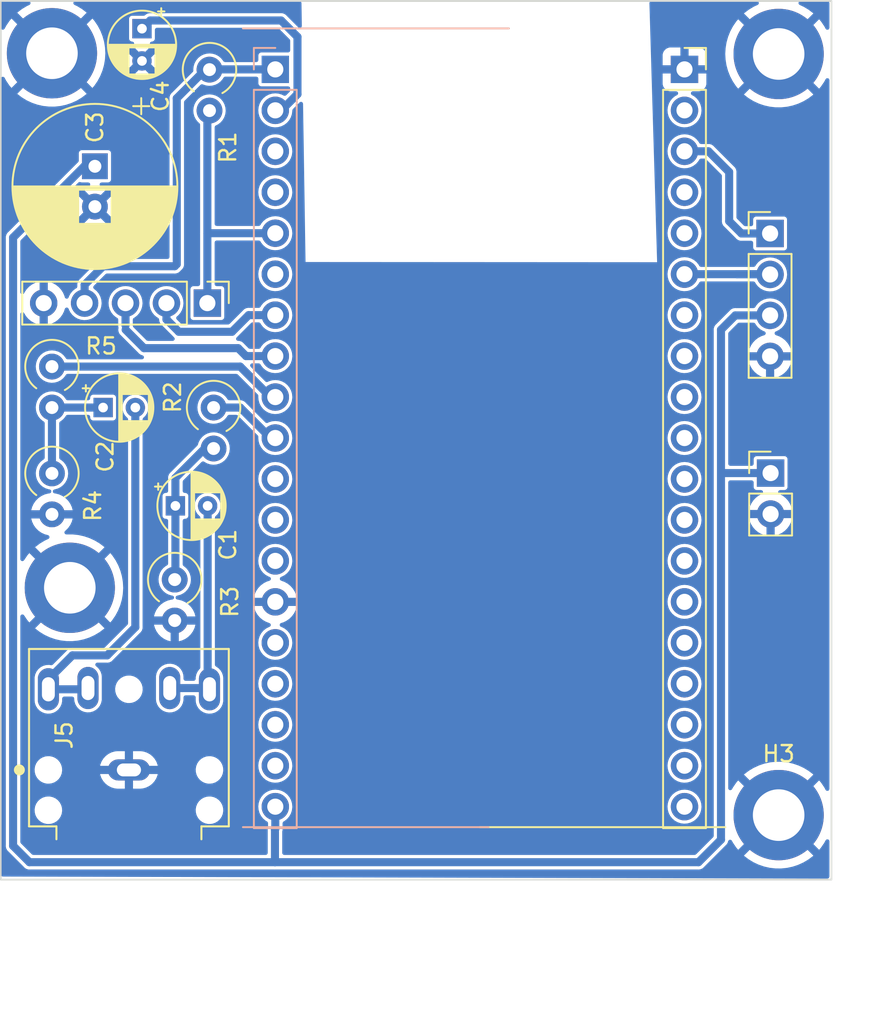
<source format=kicad_pcb>
(kicad_pcb (version 20211014) (generator pcbnew)
  (layers (0 "F.Cu" signal) (31 "B.Cu" signal) (34 "B.Paste" user) (35 "F.Paste" user) (36 "B.SilkS" user "B.Silkscreen") (37 "F.SilkS" user "F.Silkscreen") (38 "B.Mask" user) (39 "F.Mask" user) (44 "Edge.Cuts" user))
  (net 0 "")
  (net 1 "Net-(C1-Pad1)")
  (net 2 "/S")
  (net 3 "Net-(C2-Pad1)")
  (net 4 "/R")
  (net 5 "+5V")
  (net 6 "GND")
  (net 7 "/G34")
  (net 8 "/G32")
  (net 9 "/G33")
  (net 10 "+3V3")
  (net 11 "/G22")
  (net 12 "/G21")
  (net 13 "Net-(R2-Pad1)")
  (net 14 "Net-(R5-Pad1)")
  (net 15 "Net-(C4-Pad1)")
  (footprint "MountingHole:MountingHole_3.2mm_M3_DIN965_Pad" (layer "F.Cu") (at 133.5 114.935)
    (fp_text reference "H3" (at 0 -3.8) (layer "F.SilkS"))
    (fp_text value "MountingHole_Pad")
    (pad "1" thru_hole circle (at 0 0) (size 5.6 5.6) (drill 3.2) (layers *.Cu *.Mask) (net 6 "GND"))
  )
  (footprint "MountingHole:MountingHole_3.2mm_M3_DIN965_Pad" (layer "F.Cu") (at 133.5 67.691)
    (fp_text reference "H4" hide)
    (fp_text value "MountingHole_Pad" hide)
    (pad "1" thru_hole circle (at 0 0.045) (size 5.6 5.6) (drill 3.2) (layers *.Cu *.Mask) (net 6 "GND"))
  )
  (footprint "Capacitor_THT:CP_Radial_D4.0mm_P2.00mm" (layer "F.Cu") (at 93.98 66.167 -90)
    (fp_text reference "C4" (at 4.191 -1.143 -270) (layer "F.SilkS"))
    (fp_text value "10yF" hide)
    (pad "1" thru_hole rect (at 0 0 270) (size 1.2 1.2) (drill 0.6) (layers *.Cu *.Mask) (net 15 "Net-(C4-Pad1)"))
    (pad "2" thru_hole circle (at 2 0 270) (size 1.2 1.2) (drill 0.6) (layers *.Cu *.Mask) (net 6 "GND"))
  )
  (footprint "Connector_PinHeader_2.54mm:PinHeader_1x02_P2.54mm_Vertical" (layer "F.Cu") (at 132.999988 93.726)
    (fp_text reference "J1" hide)
    (fp_text value "5V")
    (pad "1" thru_hole rect (at 0 0) (size 1.7 1.7) (drill 1) (layers *.Cu *.Mask) (net 5 "+5V"))
    (pad "2" thru_hole oval (at 0 2.54) (size 1.7 1.7) (drill 1) (layers *.Cu *.Mask) (net 6 "GND"))
  )
  (footprint "Resistor_THT:R_Axial_DIN0309_L9.0mm_D3.2mm_P2.54mm_Vertical" (layer "F.Cu") (at 88.392 87.122 -90)
    (fp_text reference "R5" (at -1.27 -3.048) (layer "F.SilkS"))
    (fp_text value "47k" hide)
    (pad "1" thru_hole circle (at 0 0 270) (size 1.6 1.6) (drill 0.8) (layers *.Cu *.Mask) (net 14 "Net-(R5-Pad1)"))
    (pad "2" thru_hole oval (at 2.54 0 270) (size 1.6 1.6) (drill 0.8) (layers *.Cu *.Mask) (net 3 "Net-(C2-Pad1)"))
  )
  (footprint "Resistor_THT:R_Axial_DIN0309_L9.0mm_D3.2mm_P2.54mm_Vertical" (layer "F.Cu") (at 98.425 89.662 -90)
    (fp_text reference "R2" (at -0.635 2.54 90) (layer "F.SilkS"))
    (fp_text value "47k" hide)
    (pad "1" thru_hole circle (at 0 0 270) (size 1.6 1.6) (drill 0.8) (layers *.Cu *.Mask) (net 13 "Net-(R2-Pad1)"))
    (pad "2" thru_hole oval (at 2.54 0 270) (size 1.6 1.6) (drill 0.8) (layers *.Cu *.Mask) (net 1 "Net-(C1-Pad1)"))
  )
  (footprint "imported:esp32_dev4_all" (layer "F.Cu") (at 130.196006 66.151506)
    (fp_text reference "U1" hide)
    (fp_text value "esp32_38_pins-custom_library" hide)
    (pad "1" thru_hole rect (at -27.94 2.54) (size 1.7 1.7) (drill 1) (layers *.Cu *.Mask) (net 10 "+3V3"))
    (pad "2" thru_hole oval (at -27.94 5.08) (size 1.7 1.7) (drill 1) (layers *.Cu *.Mask) (net 15 "Net-(C4-Pad1)"))
    (pad "3" thru_hole oval (at -27.94 7.62) (size 1.7 1.7) (drill 1) (layers *.Cu *.Mask))
    (pad "4" thru_hole oval (at -27.94 10.16) (size 1.7 1.7) (drill 1) (layers *.Cu *.Mask))
    (pad "5" thru_hole oval (at -27.94 12.7) (size 1.7 1.7) (drill 1) (layers *.Cu *.Mask) (net 7 "/G34"))
    (pad "6" thru_hole oval (at -27.94 15.24) (size 1.7 1.7) (drill 1) (layers *.Cu *.Mask))
    (pad "7" thru_hole oval (at -27.94 17.78) (size 1.7 1.7) (drill 1) (layers *.Cu *.Mask) (net 8 "/G32"))
    (pad "8" thru_hole oval (at -27.94 20.32) (size 1.7 1.7) (drill 1) (layers *.Cu *.Mask) (net 9 "/G33"))
    (pad "9" thru_hole oval (at -27.94 22.86) (size 1.7 1.7) (drill 1) (layers *.Cu *.Mask) (net 14 "Net-(R5-Pad1)"))
    (pad "10" thru_hole oval (at -27.94 25.4) (size 1.7 1.7) (drill 1) (layers *.Cu *.Mask) (net 13 "Net-(R2-Pad1)"))
    (pad "11" thru_hole oval (at -27.94 27.94) (size 1.7 1.7) (drill 1) (layers *.Cu *.Mask))
    (pad "12" thru_hole oval (at -27.94 30.48) (size 1.7 1.7) (drill 1) (layers *.Cu *.Mask))
    (pad "13" thru_hole oval (at -27.94 33.02) (size 1.7 1.7) (drill 1) (layers *.Cu *.Mask))
    (pad "14" thru_hole oval (at -27.94 35.56) (size 1.7 1.7) (drill 1) (layers *.Cu *.Mask) (net 6 "GND"))
    (pad "15" thru_hole oval (at -27.94 38.1) (size 1.7 1.7) (drill 1) (layers *.Cu *.Mask))
    (pad "16" thru_hole oval (at -27.94 40.64) (size 1.7 1.7) (drill 1) (layers *.Cu *.Mask))
    (pad "17" thru_hole oval (at -27.94 43.18) (size 1.7 1.7) (drill 1) (layers *.Cu *.Mask))
    (pad "18" thru_hole oval (at -27.94 45.72) (size 1.7 1.7) (drill 1) (layers *.Cu *.Mask))
    (pad "19" thru_hole oval (at -27.94 48.26) (size 1.7 1.7) (drill 1) (layers *.Cu *.Mask) (net 5 "+5V"))
    (pad "20" thru_hole oval (at -2.54 48.26) (size 1.7 1.7) (drill 1) (layers *.Cu *.Mask))
    (pad "21" thru_hole oval (at -2.54 45.72) (size 1.7 1.7) (drill 1) (layers *.Cu *.Mask))
    (pad "22" thru_hole oval (at -2.54 43.18) (size 1.7 1.7) (drill 1) (layers *.Cu *.Mask))
    (pad "23" thru_hole oval (at -2.54 40.64) (size 1.7 1.7) (drill 1) (layers *.Cu *.Mask))
    (pad "24" thru_hole oval (at -2.54 38.1) (size 1.7 1.7) (drill 1) (layers *.Cu *.Mask))
    (pad "25" thru_hole oval (at -2.54 35.56) (size 1.7 1.7) (drill 1) (layers *.Cu *.Mask))
    (pad "26" thru_hole oval (at -2.54 33.02) (size 1.7 1.7) (drill 1) (layers *.Cu *.Mask))
    (pad "27" thru_hole oval (at -2.54 30.48) (size 1.7 1.7) (drill 1) (layers *.Cu *.Mask))
    (pad "28" thru_hole oval (at -2.54 27.94) (size 1.7 1.7) (drill 1) (layers *.Cu *.Mask))
    (pad "29" thru_hole oval (at -2.54 25.4) (size 1.7 1.7) (drill 1) (layers *.Cu *.Mask))
    (pad "30" thru_hole oval (at -2.54 22.86) (size 1.7 1.7) (drill 1) (layers *.Cu *.Mask))
    (pad "31" thru_hole oval (at -2.54 20.32) (size 1.7 1.7) (drill 1) (layers *.Cu *.Mask))
    (pad "32" thru_hole oval (at -2.54 17.78) (size 1.7 1.7) (drill 1) (layers *.Cu *.Mask))
    (pad "33" thru_hole oval (at -2.54 15.24) (size 1.7 1.7) (drill 1) (layers *.Cu *.Mask) (net 12 "/G21"))
    (pad "34" thru_hole oval (at -2.54 12.7) (size 1.7 1.7) (drill 1) (layers *.Cu *.Mask))
    (pad "35" thru_hole oval (at -2.54 10.16) (size 1.7 1.7) (drill 1) (layers *.Cu *.Mask))
    (pad "36" thru_hole oval (at -2.54 7.62) (size 1.7 1.7) (drill 1) (layers *.Cu *.Mask) (net 11 "/G22"))
    (pad "37" thru_hole oval (at -2.54 5.08) (size 1.7 1.7) (drill 1) (layers *.Cu *.Mask))
    (pad "38" thru_hole rect (at -2.54 2.54) (size 1.7 1.7) (drill 1) (layers *.Cu *.Mask) (net 6 "GND"))
  )
  (footprint "Resistor_THT:R_Axial_DIN0309_L9.0mm_D3.2mm_P2.54mm_Vertical" (layer "F.Cu") (at 96.012 100.33 -90)
    (fp_text reference "R3" (at 1.378 -3.429 90) (layer "F.SilkS"))
    (fp_text value "2.2k" hide)
    (pad "1" thru_hole circle (at 0 0 270) (size 1.6 1.6) (drill 0.8) (layers *.Cu *.Mask) (net 1 "Net-(C1-Pad1)"))
    (pad "2" thru_hole oval (at 2.54 0 270) (size 1.6 1.6) (drill 0.8) (layers *.Cu *.Mask) (net 6 "GND"))
  )
  (footprint "Resistor_THT:R_Axial_DIN0309_L9.0mm_D3.2mm_P2.54mm_Vertical" (layer "F.Cu") (at 98.171 68.707 -90)
    (fp_text reference "R1" (at 4.826 -1.143 90) (layer "F.SilkS"))
    (fp_text value "100k" hide)
    (pad "1" thru_hole circle (at 0 0 270) (size 1.6 1.6) (drill 0.8) (layers *.Cu *.Mask) (net 10 "+3V3"))
    (pad "2" thru_hole oval (at 2.54 0 270) (size 1.6 1.6) (drill 0.8) (layers *.Cu *.Mask) (net 7 "/G34"))
  )
  (footprint "MountingHole:MountingHole_3.2mm_M3_DIN965_Pad" (layer "F.Cu") (at 88.392 67.736)
    (fp_text reference "H1" hide)
    (fp_text value "MountingHole_Pad" hide)
    (pad "1" thru_hole circle (at 0 -0.045) (size 5.6 5.6) (drill 3.2) (layers *.Cu *.Mask) (net 6 "GND"))
  )
  (footprint "Capacitor_THT:CP_Radial_D4.0mm_P2.00mm" (layer "F.Cu") (at 91.567 89.662)
    (fp_text reference "C2" (at 0.127 3.048 90) (layer "F.SilkS"))
    (fp_text value "47pF" hide)
    (pad "1" thru_hole rect (at 0 0) (size 1.2 1.2) (drill 0.6) (layers *.Cu *.Mask) (net 3 "Net-(C2-Pad1)"))
    (pad "2" thru_hole circle (at 2 0) (size 1.2 1.2) (drill 0.6) (layers *.Cu *.Mask) (net 4 "/R"))
  )
  (footprint "MountingHole:MountingHole_3.2mm_M3_DIN965_Pad" (layer "F.Cu") (at 89.5 100.838)
    (fp_text reference "H2" hide)
    (fp_text value "MountingHole_Pad" hide)
    (pad "1" thru_hole circle (at 0 0) (size 5.6 5.6) (drill 3.2) (layers *.Cu *.Mask) (net 6 "GND"))
  )
  (footprint "Capacitor_THT:CP_Radial_D4.0mm_P2.00mm" (layer "F.Cu") (at 96.055401 95.758)
    (fp_text reference "C1" (at 3.258599 2.413 90) (layer "F.SilkS"))
    (fp_text value "47pF" hide)
    (pad "1" thru_hole rect (at 0 0) (size 1.2 1.2) (drill 0.6) (layers *.Cu *.Mask) (net 1 "Net-(C1-Pad1)"))
    (pad "2" thru_hole circle (at 2 0) (size 1.2 1.2) (drill 0.6) (layers *.Cu *.Mask) (net 2 "/S"))
  )
  (footprint "Connector_PinHeader_2.54mm:PinHeader_1x04_P2.54mm_Vertical" (layer "F.Cu") (at 132.969 78.867)
    (fp_text reference "J3" hide)
    (fp_text value "Display")
    (pad "1" thru_hole rect (at 0 0) (size 1.7 1.7) (drill 1) (layers *.Cu *.Mask) (net 11 "/G22"))
    (pad "2" thru_hole oval (at 0 2.54) (size 1.7 1.7) (drill 1) (layers *.Cu *.Mask) (net 12 "/G21"))
    (pad "3" thru_hole oval (at 0 5.08) (size 1.7 1.7) (drill 1) (layers *.Cu *.Mask) (net 5 "+5V"))
    (pad "4" thru_hole oval (at 0 7.62) (size 1.7 1.7) (drill 1) (layers *.Cu *.Mask) (net 6 "GND"))
  )
  (footprint "Capacitor_THT:CP_Radial_D10.0mm_P2.50mm" (layer "F.Cu") (at 91.059 74.701323 -90)
    (fp_text reference "C3" (at -2.413 0 90) (layer "F.SilkS"))
    (fp_text value "1000yF" hide)
    (pad "1" thru_hole rect (at 0 0 270) (size 1.6 1.6) (drill 0.8) (layers *.Cu *.Mask) (net 5 "+5V"))
    (pad "2" thru_hole circle (at 2.5 0 270) (size 1.6 1.6) (drill 0.8) (layers *.Cu *.Mask) (net 6 "GND"))
  )
  (footprint "Resistor_THT:R_Axial_DIN0309_L9.0mm_D3.2mm_P2.54mm_Vertical" (layer "F.Cu") (at 88.392 93.745 -90)
    (fp_text reference "R4" (at 2.013 -2.54 -90) (layer "F.SilkS"))
    (fp_text value "2.2k" hide)
    (pad "1" thru_hole circle (at 0 0 270) (size 1.6 1.6) (drill 0.8) (layers *.Cu *.Mask) (net 3 "Net-(C2-Pad1)"))
    (pad "2" thru_hole oval (at 2.54 0 270) (size 1.6 1.6) (drill 0.8) (layers *.Cu *.Mask) (net 6 "GND"))
  )
  (footprint "importedFootprint:CUI_SJ1-3523N" (layer "F.Cu") (at 93.169511 112.132999 90)
    (fp_text reference "J5" (at 2.150999 -4.015511 90) (layer "F.SilkS") (effects (font (size 1.000402 1.000402))))
    (fp_text value "SJ1-3523N")
    (pad "" np_thru_hole circle (at -2.5 5 90) (size 1.2 1.2) (drill 1.2) (layers *.Cu *.Mask))
    (pad "" np_thru_hole circle (at -2.5 -5 90) (size 1.2 1.2) (drill 1.2) (layers *.Cu *.Mask))
    (pad "" np_thru_hole circle (at 0 -5 90) (size 1.2 1.2) (drill 1.2) (layers *.Cu *.Mask))
    (pad "" np_thru_hole circle (at 5 0 90) (size 1.2 1.2) (drill 1.2) (layers *.Cu *.Mask))
    (pad "" np_thru_hole circle (at 0 5 90) (size 1.2 1.2) (drill 1.2) (layers *.Cu *.Mask))
    (pad "1" thru_hole oval (at 0 0 90) (size 1.308 2.616) (drill oval 0.8 1.5) (layers *.Cu *.Mask) (net 6 "GND"))
    (pad "2" thru_hole oval (at 5 5 90) (size 2.616 1.308) (drill oval 1.5 0.8) (layers *.Cu *.Mask) (net 2 "/S"))
    (pad "2" thru_hole oval (at 5.075389 2.532895 90) (size 2.616 1.308) (drill oval 1.5 0.8) (layers *.Cu *.Mask) (net 2 "/S"))
    (pad "3" thru_hole oval (at 5.08 -2.54 90) (size 2.616 1.308) (drill oval 1.5 0.8) (layers *.Cu *.Mask) (net 4 "/R"))
    (pad "3" thru_hole oval (at 5 -5 90) (size 2.616 1.308) (drill oval 1.5 0.8) (layers *.Cu *.Mask) (net 4 "/R"))
  )
  (footprint "Connector_PinHeader_2.54mm:PinHeader_1x05_P2.54mm_Vertical" (layer "F.Cu") (at 98.038996 83.185 -90)
    (fp_text reference "J2" hide)
    (fp_text value "Rot")
    (pad "1" thru_hole rect (at 0 0 270) (size 1.7 1.7) (drill 1) (layers *.Cu *.Mask) (net 7 "/G34"))
    (pad "2" thru_hole oval (at 0 2.54 270) (size 1.7 1.7) (drill 1) (layers *.Cu *.Mask) (net 8 "/G32"))
    (pad "3" thru_hole oval (at 0 5.08 270) (size 1.7 1.7) (drill 1) (layers *.Cu *.Mask) (net 9 "/G33"))
    (pad "4" thru_hole oval (at 0 7.62 270) (size 1.7 1.7) (drill 1) (layers *.Cu *.Mask) (net 10 "+3V3"))
    (pad "5" thru_hole oval (at 0 10.16 270) (size 1.7 1.7) (drill 1) (layers *.Cu *.Mask) (net 6 "GND"))
  )
  (gr_rect (start 85.217 64.4525) (end 136.779 118.9355) (layer "Edge.Cuts") (width 0.1) (fill none))
  (segment (start 96.055401 95.758) (end 96.055401 100.286599) (width 0.5) (layer "B.Cu") (net 1))
  (segment (start 96.055401 95.758) (end 96.055401 94.023401) (width 0.5) (layer "B.Cu") (net 1))
  (segment (start 98.425 92.202) (end 97.876802 92.202) (width 0.5) (layer "B.Cu") (net 1))
  (segment (start 96.055401 100.286599) (end 96.012 100.33) (width 0.5) (layer "B.Cu") (net 1))
  (segment (start 97.876802 92.202) (end 96.055401 94.023401) (width 0.5) (layer "B.Cu") (net 1))
  (segment (start 98.055401 95.758) (end 98.055401 107.018889) (width 0.5) (layer "B.Cu") (net 2))
  (segment (start 98.055401 107.018889) (end 98.169511 107.132999) (width 0.5) (layer "B.Cu") (net 2))
  (segment (start 98.094111 107.057611) (end 95.702395 107.057611) (width 0.5) (layer "B.Cu") (net 2))
  (segment (start 88.392 89.662) (end 91.567 89.662) (width 0.5) (layer "B.Cu") (net 3))
  (segment (start 88.392 93.745) (end 88.392 89.662) (width 0.5) (layer "B.Cu") (net 3))
  (segment (start 91.821 105.029) (end 93.567 103.283) (width 0.5) (layer "B.Cu") (net 4))
  (segment (start 89.662 105.029) (end 91.821 105.029) (width 0.5) (layer "B.Cu") (net 4))
  (segment (start 93.567 103.283) (end 93.567 89.662) (width 0.5) (layer "B.Cu") (net 4))
  (segment (start 88.1695 106.5215) (end 89.662 105.029) (width 0.5) (layer "B.Cu") (net 4))
  (segment (start 88.1695 107.133) (end 90.5495 107.133) (width 0.5) (layer "B.Cu") (net 4))
  (segment (start 130.048 93.726) (end 133 93.726) (width 0.5) (layer "B.Cu") (net 5))
  (segment (start 85.979 79.121) (end 85.979 116.84) (width 0.5) (layer "B.Cu") (net 5))
  (segment (start 102.235 117.856) (end 128.524 117.856) (width 0.5) (layer "B.Cu") (net 5))
  (segment (start 85.979 79.121) (end 90.398677 74.701323) (width 0.5) (layer "B.Cu") (net 5))
  (segment (start 86.995 117.856) (end 102.235 117.856) (width 0.5) (layer "B.Cu") (net 5))
  (segment (start 128.524 117.856) (end 129.921 116.459) (width 0.5) (layer "B.Cu") (net 5))
  (segment (start 130.81 83.947) (end 132.969 83.947) (width 0.5) (layer "B.Cu") (net 5))
  (segment (start 90.398677 74.701323) (end 91.059 74.701323) (width 0.5) (layer "B.Cu") (net 5))
  (segment (start 102.256 115.803) (end 102.235 115.824) (width 0.5) (layer "B.Cu") (net 5))
  (segment (start 85.979 116.84) (end 86.995 117.856) (width 0.5) (layer "B.Cu") (net 5))
  (segment (start 102.235 115.824) (end 102.235 117.856) (width 0.5) (layer "B.Cu") (net 5))
  (segment (start 129.921 116.459) (end 129.921 84.836) (width 0.5) (layer "B.Cu") (net 5))
  (segment (start 102.256 115.803) (end 102.256 114.4115) (width 0.5) (layer "B.Cu") (net 5))
  (segment (start 129.921 84.836) (end 130.81 83.947) (width 0.5) (layer "B.Cu") (net 5))
  (segment (start 98.049486 78.851506) (end 98.038996 78.861996) (width 0.5) (layer "B.Cu") (net 7))
  (segment (start 98.038996 83.185) (end 98.038996 78.861996) (width 0.5) (layer "B.Cu") (net 7))
  (segment (start 98.038996 78.861996) (end 98.038996 71.379004) (width 0.5) (layer "B.Cu") (net 7))
  (segment (start 102.256006 78.851506) (end 98.049486 78.851506) (width 0.5) (layer "B.Cu") (net 7))
  (segment (start 95.499 84.196) (end 95.499 83.185) (width 0.5) (layer "B.Cu") (net 8))
  (segment (start 96.266 84.963) (end 95.499 84.196) (width 0.5) (layer "B.Cu") (net 8))
  (segment (start 100.599494 83.931506) (end 99.568 84.963) (width 0.5) (layer "B.Cu") (net 8))
  (segment (start 99.568 84.963) (end 96.266 84.963) (width 0.5) (layer "B.Cu") (net 8))
  (segment (start 102.256006 83.931506) (end 100.599494 83.931506) (width 0.5) (layer "B.Cu") (net 8))
  (segment (start 92.959 84.577) (end 92.959 83.185) (width 0.5) (layer "B.Cu") (net 9))
  (segment (start 94.107 85.979) (end 92.964 84.836) (width 0.5) (layer "B.Cu") (net 9))
  (segment (start 99.949 85.979) (end 94.107 85.979) (width 0.5) (layer "B.Cu") (net 9))
  (segment (start 102.256 86.4715) (end 100.4415 86.4715) (width 0.5) (layer "B.Cu") (net 9))
  (segment (start 100.4415 86.4715) (end 99.949 85.979) (width 0.5) (layer "B.Cu") (net 9))
  (segment (start 90.419 82.047) (end 90.419 83.185) (width 0.5) (layer "B.Cu") (net 10))
  (segment (start 91.567 80.899) (end 90.419 82.047) (width 0.5) (layer "B.Cu") (net 10))
  (segment (start 96.139 70.485) (end 96.139 80.772) (width 0.5) (layer "B.Cu") (net 10))
  (segment (start 96.139 80.772) (end 96.012 80.899) (width 0.5) (layer "B.Cu") (net 10))
  (segment (start 96.012 80.899) (end 91.567 80.899) (width 0.5) (layer "B.Cu") (net 10))
  (segment (start 97.9325 68.6915) (end 102.256 68.6915) (width 0.5) (layer "B.Cu") (net 10))
  (segment (start 97.917 68.707) (end 96.139 70.485) (width 0.5) (layer "B.Cu") (net 10))
  (segment (start 129.1435 73.7715) (end 130.429 75.057) (width 0.5) (layer "B.Cu") (net 11))
  (segment (start 130.429 78.105) (end 131.191 78.867) (width 0.5) (layer "B.Cu") (net 11))
  (segment (start 131.191 78.867) (end 132.969 78.867) (width 0.5) (layer "B.Cu") (net 11))
  (segment (start 130.429 75.057) (end 130.429 78.105) (width 0.5) (layer "B.Cu") (net 11))
  (segment (start 127.656 73.7715) (end 129.1435 73.7715) (width 0.5) (layer "B.Cu") (net 11))
  (segment (start 127.656006 81.391506) (end 130.921506 81.391506) (width 0.5) (layer "B.Cu") (net 12))
  (segment (start 130.921506 81.391506) (end 133.121494 81.391506) (width 0.5) (layer "B.Cu") (net 12))
  (segment (start 130.921506 81.391506) (end 132.953506 81.391506) (width 0.5) (layer "B.Cu") (net 12))
  (segment (start 101.965506 91.551506) (end 100.076 89.662) (width 0.5) (layer "B.Cu") (net 13))
  (segment (start 100.076 89.662) (end 98.552 89.662) (width 0.5) (layer "B.Cu") (net 13))
  (segment (start 101.965506 89.011506) (end 100.076 87.122) (width 0.5) (layer "B.Cu") (net 14))
  (segment (start 100.076 87.122) (end 88.392 87.122) (width 0.5) (layer "B.Cu") (net 14))
  (segment (start 103.632 66.675) (end 102.616 65.659) (width 0.5) (layer "B.Cu") (net 15))
  (segment (start 102.631494 71.231506) (end 103.505 70.358) (width 0.5) (layer "B.Cu") (net 15))
  (segment (start 102.616 65.659) (end 94.488 65.659) (width 0.5) (layer "B.Cu") (net 15))
  (segment (start 103.505 70.358) (end 103.632 70.231) (width 0.5) (layer "B.Cu") (net 15))
  (segment (start 103.632 70.231) (end 103.632 66.675) (width 0.5) (layer "B.Cu") (net 15))
  (segment (start 94.488 65.659) (end 93.98 66.167) (width 0.5) (layer "B.Cu") (net 15))
  (zone (net 6) (net_name "GND") (layer "B.Cu") (connect_pads (clearance 0)) (min_thickness 0.254) (fill yes (thermal_gap 0.508) (thermal_bridge_width 0.508))
    (polygon (pts (xy 136.652 118.872) (xy 85.217 118.745) (xy 85.217 64.389) (xy 136.652 64.389)))
  )
  (zone (net 0) (net_name "") (layer "B.Cu") (connect_pads (clearance 0)) (min_thickness 0.254)
    (keepout (tracks not_allowed) (vias not_allowed) (pads not_allowed) (copperpour not_allowed) (footprints allowed))
    (fill (thermal_gap 0.508) (thermal_bridge_width 0.508))
    (polygon (pts (xy 125.956714 80.649328) (xy 104.132877 80.637114) (xy 103.877681 64.437311) (xy 125.476 64.516)))
  )
)
</source>
